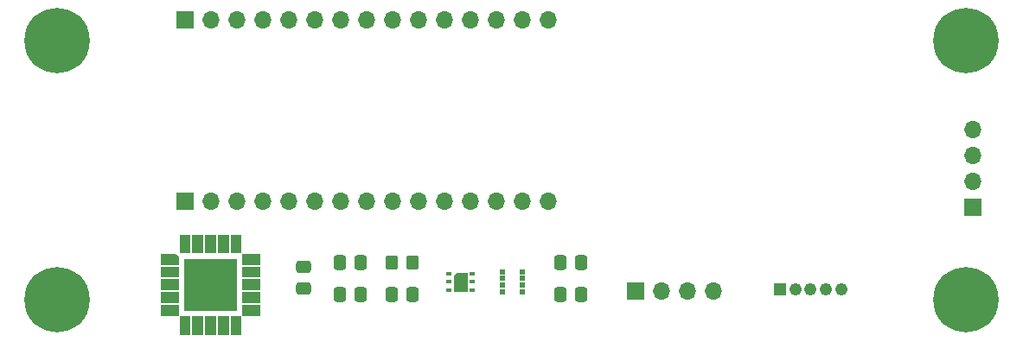
<source format=gts>
G04 #@! TF.GenerationSoftware,KiCad,Pcbnew,(6.0.9)*
G04 #@! TF.CreationDate,2023-02-20T10:38:46+01:00*
G04 #@! TF.ProjectId,sensorboard,73656e73-6f72-4626-9f61-72642e6b6963,rev?*
G04 #@! TF.SameCoordinates,Original*
G04 #@! TF.FileFunction,Soldermask,Top*
G04 #@! TF.FilePolarity,Negative*
%FSLAX46Y46*%
G04 Gerber Fmt 4.6, Leading zero omitted, Abs format (unit mm)*
G04 Created by KiCad (PCBNEW (6.0.9)) date 2023-02-20 10:38:46*
%MOMM*%
%LPD*%
G01*
G04 APERTURE LIST*
G04 Aperture macros list*
%AMRoundRect*
0 Rectangle with rounded corners*
0 $1 Rounding radius*
0 $2 $3 $4 $5 $6 $7 $8 $9 X,Y pos of 4 corners*
0 Add a 4 corners polygon primitive as box body*
4,1,4,$2,$3,$4,$5,$6,$7,$8,$9,$2,$3,0*
0 Add four circle primitives for the rounded corners*
1,1,$1+$1,$2,$3*
1,1,$1+$1,$4,$5*
1,1,$1+$1,$6,$7*
1,1,$1+$1,$8,$9*
0 Add four rect primitives between the rounded corners*
20,1,$1+$1,$2,$3,$4,$5,0*
20,1,$1+$1,$4,$5,$6,$7,0*
20,1,$1+$1,$6,$7,$8,$9,0*
20,1,$1+$1,$8,$9,$2,$3,0*%
G04 Aperture macros list end*
%ADD10C,0.010000*%
%ADD11RoundRect,0.250000X-0.350000X-0.450000X0.350000X-0.450000X0.350000X0.450000X-0.350000X0.450000X0*%
%ADD12R,1.700000X1.700000*%
%ADD13O,1.700000X1.700000*%
%ADD14C,0.800000*%
%ADD15C,6.400000*%
%ADD16RoundRect,0.250000X-0.337500X-0.475000X0.337500X-0.475000X0.337500X0.475000X-0.337500X0.475000X0*%
%ADD17R,0.550000X0.400000*%
%ADD18RoundRect,0.027000X-0.218000X-0.198000X0.218000X-0.198000X0.218000X0.198000X-0.218000X0.198000X0*%
%ADD19RoundRect,0.250000X0.337500X0.475000X-0.337500X0.475000X-0.337500X-0.475000X0.337500X-0.475000X0*%
%ADD20RoundRect,0.250000X-0.475000X0.337500X-0.475000X-0.337500X0.475000X-0.337500X0.475000X0.337500X0*%
%ADD21R,1.238000X1.238000*%
%ADD22C,1.238000*%
G04 APERTURE END LIST*
G36*
X127794000Y-106450000D02*
G01*
X126794000Y-106450000D01*
X126794000Y-104750000D01*
X127794000Y-104750000D01*
X127794000Y-106450000D01*
G37*
D10*
X127794000Y-106450000D02*
X126794000Y-106450000D01*
X126794000Y-104750000D01*
X127794000Y-104750000D01*
X127794000Y-106450000D01*
G36*
X129044000Y-106450000D02*
G01*
X128044000Y-106450000D01*
X128044000Y-104750000D01*
X129044000Y-104750000D01*
X129044000Y-106450000D01*
G37*
X129044000Y-106450000D02*
X128044000Y-106450000D01*
X128044000Y-104750000D01*
X129044000Y-104750000D01*
X129044000Y-106450000D01*
G36*
X132294000Y-104100000D02*
G01*
X127294000Y-104100000D01*
X127294000Y-99100000D01*
X132294000Y-99100000D01*
X132294000Y-104100000D01*
G37*
X132294000Y-104100000D02*
X127294000Y-104100000D01*
X127294000Y-99100000D01*
X132294000Y-99100000D01*
X132294000Y-104100000D01*
G36*
X126644000Y-104600000D02*
G01*
X124944000Y-104600000D01*
X124944000Y-103600000D01*
X126644000Y-103600000D01*
X126644000Y-104600000D01*
G37*
X126644000Y-104600000D02*
X124944000Y-104600000D01*
X124944000Y-103600000D01*
X126644000Y-103600000D01*
X126644000Y-104600000D01*
G36*
X134644000Y-104600000D02*
G01*
X132944000Y-104600000D01*
X132944000Y-103600000D01*
X134644000Y-103600000D01*
X134644000Y-104600000D01*
G37*
X134644000Y-104600000D02*
X132944000Y-104600000D01*
X132944000Y-103600000D01*
X134644000Y-103600000D01*
X134644000Y-104600000D01*
G36*
X126644000Y-98880000D02*
G01*
X126644000Y-99600000D01*
X124944000Y-99600000D01*
X124944000Y-98600000D01*
X126364000Y-98600000D01*
X126644000Y-98880000D01*
G37*
X126644000Y-98880000D02*
X126644000Y-99600000D01*
X124944000Y-99600000D01*
X124944000Y-98600000D01*
X126364000Y-98600000D01*
X126644000Y-98880000D01*
G36*
X134644000Y-99600000D02*
G01*
X132944000Y-99600000D01*
X132944000Y-98600000D01*
X134644000Y-98600000D01*
X134644000Y-99600000D01*
G37*
X134644000Y-99600000D02*
X132944000Y-99600000D01*
X132944000Y-98600000D01*
X134644000Y-98600000D01*
X134644000Y-99600000D01*
G36*
X132794000Y-106450000D02*
G01*
X131794000Y-106450000D01*
X131794000Y-104750000D01*
X132794000Y-104750000D01*
X132794000Y-106450000D01*
G37*
X132794000Y-106450000D02*
X131794000Y-106450000D01*
X131794000Y-104750000D01*
X132794000Y-104750000D01*
X132794000Y-106450000D01*
G36*
X134644000Y-100850000D02*
G01*
X132944000Y-100850000D01*
X132944000Y-99850000D01*
X134644000Y-99850000D01*
X134644000Y-100850000D01*
G37*
X134644000Y-100850000D02*
X132944000Y-100850000D01*
X132944000Y-99850000D01*
X134644000Y-99850000D01*
X134644000Y-100850000D01*
G36*
X126644000Y-100850000D02*
G01*
X124944000Y-100850000D01*
X124944000Y-99850000D01*
X126644000Y-99850000D01*
X126644000Y-100850000D01*
G37*
X126644000Y-100850000D02*
X124944000Y-100850000D01*
X124944000Y-99850000D01*
X126644000Y-99850000D01*
X126644000Y-100850000D01*
G36*
X130294000Y-98450000D02*
G01*
X129294000Y-98450000D01*
X129294000Y-96750000D01*
X130294000Y-96750000D01*
X130294000Y-98450000D01*
G37*
X130294000Y-98450000D02*
X129294000Y-98450000D01*
X129294000Y-96750000D01*
X130294000Y-96750000D01*
X130294000Y-98450000D01*
G36*
X127794000Y-98450000D02*
G01*
X126794000Y-98450000D01*
X126794000Y-96750000D01*
X127794000Y-96750000D01*
X127794000Y-98450000D01*
G37*
X127794000Y-98450000D02*
X126794000Y-98450000D01*
X126794000Y-96750000D01*
X127794000Y-96750000D01*
X127794000Y-98450000D01*
G36*
X134644000Y-103350000D02*
G01*
X132944000Y-103350000D01*
X132944000Y-102350000D01*
X134644000Y-102350000D01*
X134644000Y-103350000D01*
G37*
X134644000Y-103350000D02*
X132944000Y-103350000D01*
X132944000Y-102350000D01*
X134644000Y-102350000D01*
X134644000Y-103350000D01*
G36*
X129044000Y-98450000D02*
G01*
X128044000Y-98450000D01*
X128044000Y-96750000D01*
X129044000Y-96750000D01*
X129044000Y-98450000D01*
G37*
X129044000Y-98450000D02*
X128044000Y-98450000D01*
X128044000Y-96750000D01*
X129044000Y-96750000D01*
X129044000Y-98450000D01*
G36*
X126644000Y-103350000D02*
G01*
X124944000Y-103350000D01*
X124944000Y-102350000D01*
X126644000Y-102350000D01*
X126644000Y-103350000D01*
G37*
X126644000Y-103350000D02*
X124944000Y-103350000D01*
X124944000Y-102350000D01*
X126644000Y-102350000D01*
X126644000Y-103350000D01*
G36*
X126644000Y-102100000D02*
G01*
X124944000Y-102100000D01*
X124944000Y-101100000D01*
X126644000Y-101100000D01*
X126644000Y-102100000D01*
G37*
X126644000Y-102100000D02*
X124944000Y-102100000D01*
X124944000Y-101100000D01*
X126644000Y-101100000D01*
X126644000Y-102100000D01*
G36*
X134644000Y-102100000D02*
G01*
X132944000Y-102100000D01*
X132944000Y-101100000D01*
X134644000Y-101100000D01*
X134644000Y-102100000D01*
G37*
X134644000Y-102100000D02*
X132944000Y-102100000D01*
X132944000Y-101100000D01*
X134644000Y-101100000D01*
X134644000Y-102100000D01*
G36*
X131544000Y-98450000D02*
G01*
X130544000Y-98450000D01*
X130544000Y-96750000D01*
X131544000Y-96750000D01*
X131544000Y-98450000D01*
G37*
X131544000Y-98450000D02*
X130544000Y-98450000D01*
X130544000Y-96750000D01*
X131544000Y-96750000D01*
X131544000Y-98450000D01*
G36*
X131544000Y-106450000D02*
G01*
X130544000Y-106450000D01*
X130544000Y-104750000D01*
X131544000Y-104750000D01*
X131544000Y-106450000D01*
G37*
X131544000Y-106450000D02*
X130544000Y-106450000D01*
X130544000Y-104750000D01*
X131544000Y-104750000D01*
X131544000Y-106450000D01*
G36*
X130294000Y-106450000D02*
G01*
X129294000Y-106450000D01*
X129294000Y-104750000D01*
X130294000Y-104750000D01*
X130294000Y-106450000D01*
G37*
X130294000Y-106450000D02*
X129294000Y-106450000D01*
X129294000Y-104750000D01*
X130294000Y-104750000D01*
X130294000Y-106450000D01*
G36*
X132794000Y-98450000D02*
G01*
X131794000Y-98450000D01*
X131794000Y-96750000D01*
X132794000Y-96750000D01*
X132794000Y-98450000D01*
G37*
X132794000Y-98450000D02*
X131794000Y-98450000D01*
X131794000Y-96750000D01*
X132794000Y-96750000D01*
X132794000Y-98450000D01*
G36*
X154980000Y-102246000D02*
G01*
X153630000Y-102246000D01*
X153630000Y-100766000D01*
X153950000Y-100446000D01*
X154980000Y-100446000D01*
X154980000Y-102246000D01*
G37*
X154980000Y-102246000D02*
X153630000Y-102246000D01*
X153630000Y-100766000D01*
X153950000Y-100446000D01*
X154980000Y-100446000D01*
X154980000Y-102246000D01*
D11*
X147590000Y-99441000D03*
X149590000Y-99441000D03*
D12*
X171460000Y-102235000D03*
D13*
X174000000Y-102235000D03*
X176540000Y-102235000D03*
X179080000Y-102235000D03*
D14*
X112408000Y-77724000D03*
X114808000Y-75324000D03*
X113110944Y-76026944D03*
X117208000Y-77724000D03*
X116505056Y-76026944D03*
X113110944Y-79421056D03*
X116505056Y-79421056D03*
X114808000Y-80124000D03*
D15*
X114808000Y-77724000D03*
D16*
X142472500Y-99441000D03*
X144547500Y-99441000D03*
X142472500Y-102616000D03*
X144547500Y-102616000D03*
D17*
X153155000Y-100546000D03*
X153155000Y-101346000D03*
X153155000Y-102146000D03*
X155455000Y-102146000D03*
X155455000Y-101346000D03*
X155455000Y-100546000D03*
D14*
X206235000Y-103124000D03*
X202137944Y-101426944D03*
X202137944Y-104821056D03*
X203835000Y-100724000D03*
D15*
X203835000Y-103124000D03*
D14*
X205532056Y-101426944D03*
X201435000Y-103124000D03*
X203835000Y-105524000D03*
X205532056Y-104821056D03*
D12*
X204470000Y-94010000D03*
D13*
X204470000Y-91470000D03*
X204470000Y-88930000D03*
X204470000Y-86390000D03*
D12*
X127361535Y-93449393D03*
D13*
X129901535Y-93449393D03*
X132441535Y-93449393D03*
X134981535Y-93449393D03*
X137521535Y-93449393D03*
X140061535Y-93449393D03*
X142601535Y-93449393D03*
X145141535Y-93449393D03*
X147681535Y-93449393D03*
X150221535Y-93449393D03*
X152761535Y-93449393D03*
X155301535Y-93449393D03*
X157841535Y-93449393D03*
X160381535Y-93449393D03*
X162921535Y-93449393D03*
X162921535Y-75669393D03*
X160381535Y-75669393D03*
X157841535Y-75669393D03*
X155301535Y-75669393D03*
X152761535Y-75669393D03*
X150221535Y-75669393D03*
X147681535Y-75669393D03*
X145141535Y-75669393D03*
X142601535Y-75669393D03*
X140061535Y-75669393D03*
X137521535Y-75669393D03*
X134981535Y-75669393D03*
X132441535Y-75669393D03*
X129901535Y-75669393D03*
D12*
X127361535Y-75669393D03*
D14*
X205532056Y-79421056D03*
X203835000Y-80124000D03*
X205532056Y-76026944D03*
D15*
X203835000Y-77724000D03*
D14*
X203835000Y-75324000D03*
X206235000Y-77724000D03*
X202137944Y-79421056D03*
X201435000Y-77724000D03*
X202137944Y-76026944D03*
X114808000Y-100724000D03*
X114808000Y-105524000D03*
X112408000Y-103124000D03*
D15*
X114808000Y-103124000D03*
D14*
X116505056Y-104821056D03*
X113110944Y-104821056D03*
X116505056Y-101426944D03*
X113110944Y-101426944D03*
X117208000Y-103124000D03*
D18*
X160355000Y-100371000D03*
X160355000Y-101021000D03*
X160355000Y-101671000D03*
X160355000Y-102321000D03*
X158415000Y-102321000D03*
X158415000Y-101671000D03*
X158415000Y-101021000D03*
X158415000Y-100371000D03*
D19*
X166137500Y-99441000D03*
X164062500Y-99441000D03*
D20*
X138938000Y-99916000D03*
X138938000Y-101991000D03*
D21*
X185595000Y-102108000D03*
D22*
X187095000Y-102108000D03*
X188595000Y-102108000D03*
X190095000Y-102108000D03*
X191595000Y-102108000D03*
D16*
X147552500Y-102616000D03*
X149627500Y-102616000D03*
X164062500Y-102616000D03*
X166137500Y-102616000D03*
M02*

</source>
